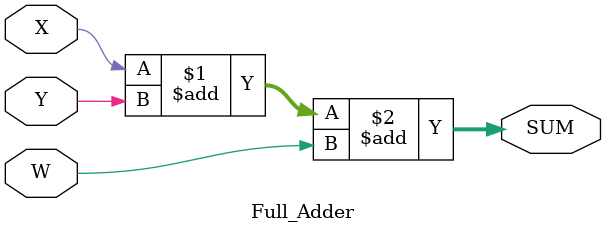
<source format=v>
module Full_Adder(
    input X,
    input Y,
    input W, 
    output [1:0] SUM
);

    assign SUM = X + Y + W;

endmodule
</source>
